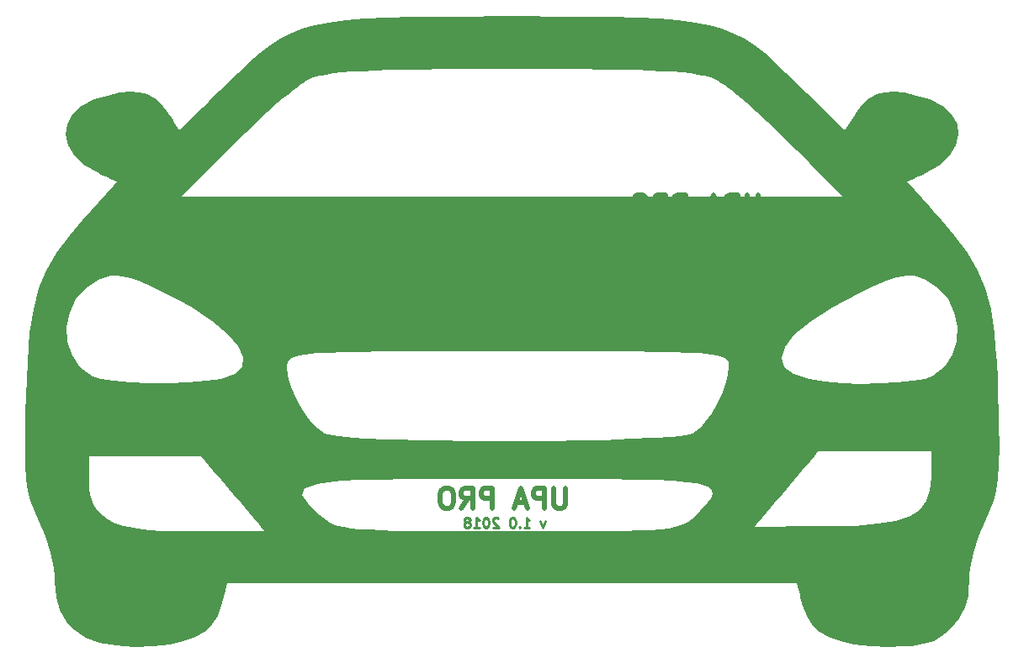
<source format=gbo>
G04 #@! TF.GenerationSoftware,KiCad,Pcbnew,5.0.0-fee4fd1~65~ubuntu16.04.1*
G04 #@! TF.CreationDate,2018-07-25T18:48:16-06:00*
G04 #@! TF.ProjectId,UPA_Shield_001,5550415F536869656C645F3030312E6B,rev?*
G04 #@! TF.SameCoordinates,Original*
G04 #@! TF.FileFunction,Legend,Bot*
G04 #@! TF.FilePolarity,Positive*
%FSLAX46Y46*%
G04 Gerber Fmt 4.6, Leading zero omitted, Abs format (unit mm)*
G04 Created by KiCad (PCBNEW 5.0.0-fee4fd1~65~ubuntu16.04.1) date Wed Jul 25 18:48:16 2018*
%MOMM*%
%LPD*%
G01*
G04 APERTURE LIST*
%ADD10C,0.500000*%
%ADD11C,0.250000*%
%ADD12C,0.100000*%
G04 APERTURE END LIST*
D10*
X153304095Y-107743761D02*
X153304095Y-109362809D01*
X153208857Y-109553285D01*
X153113619Y-109648523D01*
X152923142Y-109743761D01*
X152542190Y-109743761D01*
X152351714Y-109648523D01*
X152256476Y-109553285D01*
X152161238Y-109362809D01*
X152161238Y-107743761D01*
X151208857Y-109743761D02*
X151208857Y-107743761D01*
X150446952Y-107743761D01*
X150256476Y-107839000D01*
X150161238Y-107934238D01*
X150066000Y-108124714D01*
X150066000Y-108410428D01*
X150161238Y-108600904D01*
X150256476Y-108696142D01*
X150446952Y-108791380D01*
X151208857Y-108791380D01*
X149304095Y-109172333D02*
X148351714Y-109172333D01*
X149494571Y-109743761D02*
X148827904Y-107743761D01*
X148161238Y-109743761D01*
X145970761Y-109743761D02*
X145970761Y-107743761D01*
X145208857Y-107743761D01*
X145018380Y-107839000D01*
X144923142Y-107934238D01*
X144827904Y-108124714D01*
X144827904Y-108410428D01*
X144923142Y-108600904D01*
X145018380Y-108696142D01*
X145208857Y-108791380D01*
X145970761Y-108791380D01*
X142827904Y-109743761D02*
X143494571Y-108791380D01*
X143970761Y-109743761D02*
X143970761Y-107743761D01*
X143208857Y-107743761D01*
X143018380Y-107839000D01*
X142923142Y-107934238D01*
X142827904Y-108124714D01*
X142827904Y-108410428D01*
X142923142Y-108600904D01*
X143018380Y-108696142D01*
X143208857Y-108791380D01*
X143970761Y-108791380D01*
X141589809Y-107743761D02*
X141208857Y-107743761D01*
X141018380Y-107839000D01*
X140827904Y-108029476D01*
X140732666Y-108410428D01*
X140732666Y-109077095D01*
X140827904Y-109458047D01*
X141018380Y-109648523D01*
X141208857Y-109743761D01*
X141589809Y-109743761D01*
X141780285Y-109648523D01*
X141970761Y-109458047D01*
X142066000Y-109077095D01*
X142066000Y-108410428D01*
X141970761Y-108029476D01*
X141780285Y-107839000D01*
X141589809Y-107743761D01*
D11*
X170592238Y-81573714D02*
X170354142Y-82240380D01*
X170116047Y-81573714D01*
X168449380Y-82240380D02*
X169020809Y-82240380D01*
X168735095Y-82240380D02*
X168735095Y-81240380D01*
X168830333Y-81383238D01*
X168925571Y-81478476D01*
X169020809Y-81526095D01*
X168020809Y-82145142D02*
X167973190Y-82192761D01*
X168020809Y-82240380D01*
X168068428Y-82192761D01*
X168020809Y-82145142D01*
X168020809Y-82240380D01*
X167354142Y-81240380D02*
X167258904Y-81240380D01*
X167163666Y-81288000D01*
X167116047Y-81335619D01*
X167068428Y-81430857D01*
X167020809Y-81621333D01*
X167020809Y-81859428D01*
X167068428Y-82049904D01*
X167116047Y-82145142D01*
X167163666Y-82192761D01*
X167258904Y-82240380D01*
X167354142Y-82240380D01*
X167449380Y-82192761D01*
X167497000Y-82145142D01*
X167544619Y-82049904D01*
X167592238Y-81859428D01*
X167592238Y-81621333D01*
X167544619Y-81430857D01*
X167497000Y-81335619D01*
X167449380Y-81288000D01*
X167354142Y-81240380D01*
X165877952Y-81335619D02*
X165830333Y-81288000D01*
X165735095Y-81240380D01*
X165497000Y-81240380D01*
X165401761Y-81288000D01*
X165354142Y-81335619D01*
X165306523Y-81430857D01*
X165306523Y-81526095D01*
X165354142Y-81668952D01*
X165925571Y-82240380D01*
X165306523Y-82240380D01*
X164687476Y-81240380D02*
X164592238Y-81240380D01*
X164497000Y-81288000D01*
X164449380Y-81335619D01*
X164401761Y-81430857D01*
X164354142Y-81621333D01*
X164354142Y-81859428D01*
X164401761Y-82049904D01*
X164449380Y-82145142D01*
X164497000Y-82192761D01*
X164592238Y-82240380D01*
X164687476Y-82240380D01*
X164782714Y-82192761D01*
X164830333Y-82145142D01*
X164877952Y-82049904D01*
X164925571Y-81859428D01*
X164925571Y-81621333D01*
X164877952Y-81430857D01*
X164830333Y-81335619D01*
X164782714Y-81288000D01*
X164687476Y-81240380D01*
X163401761Y-82240380D02*
X163973190Y-82240380D01*
X163687476Y-82240380D02*
X163687476Y-81240380D01*
X163782714Y-81383238D01*
X163877952Y-81478476D01*
X163973190Y-81526095D01*
X162830333Y-81668952D02*
X162925571Y-81621333D01*
X162973190Y-81573714D01*
X163020809Y-81478476D01*
X163020809Y-81430857D01*
X162973190Y-81335619D01*
X162925571Y-81288000D01*
X162830333Y-81240380D01*
X162639857Y-81240380D01*
X162544619Y-81288000D01*
X162497000Y-81335619D01*
X162449380Y-81430857D01*
X162449380Y-81478476D01*
X162497000Y-81573714D01*
X162544619Y-81621333D01*
X162639857Y-81668952D01*
X162830333Y-81668952D01*
X162925571Y-81716571D01*
X162973190Y-81764190D01*
X163020809Y-81859428D01*
X163020809Y-82049904D01*
X162973190Y-82145142D01*
X162925571Y-82192761D01*
X162830333Y-82240380D01*
X162639857Y-82240380D01*
X162544619Y-82192761D01*
X162497000Y-82145142D01*
X162449380Y-82049904D01*
X162449380Y-81859428D01*
X162497000Y-81764190D01*
X162544619Y-81716571D01*
X162639857Y-81668952D01*
D10*
X172735095Y-78152761D02*
X172735095Y-79771809D01*
X172639857Y-79962285D01*
X172544619Y-80057523D01*
X172354142Y-80152761D01*
X171973190Y-80152761D01*
X171782714Y-80057523D01*
X171687476Y-79962285D01*
X171592238Y-79771809D01*
X171592238Y-78152761D01*
X170639857Y-80152761D02*
X170639857Y-78152761D01*
X169877952Y-78152761D01*
X169687476Y-78248000D01*
X169592238Y-78343238D01*
X169497000Y-78533714D01*
X169497000Y-78819428D01*
X169592238Y-79009904D01*
X169687476Y-79105142D01*
X169877952Y-79200380D01*
X170639857Y-79200380D01*
X168735095Y-79581333D02*
X167782714Y-79581333D01*
X168925571Y-80152761D02*
X168258904Y-78152761D01*
X167592238Y-80152761D01*
X165401761Y-80152761D02*
X165401761Y-78152761D01*
X164639857Y-78152761D01*
X164449380Y-78248000D01*
X164354142Y-78343238D01*
X164258904Y-78533714D01*
X164258904Y-78819428D01*
X164354142Y-79009904D01*
X164449380Y-79105142D01*
X164639857Y-79200380D01*
X165401761Y-79200380D01*
X162258904Y-80152761D02*
X162925571Y-79200380D01*
X163401761Y-80152761D02*
X163401761Y-78152761D01*
X162639857Y-78152761D01*
X162449380Y-78248000D01*
X162354142Y-78343238D01*
X162258904Y-78533714D01*
X162258904Y-78819428D01*
X162354142Y-79009904D01*
X162449380Y-79105142D01*
X162639857Y-79200380D01*
X163401761Y-79200380D01*
X161020809Y-78152761D02*
X160639857Y-78152761D01*
X160449380Y-78248000D01*
X160258904Y-78438476D01*
X160163666Y-78819428D01*
X160163666Y-79486095D01*
X160258904Y-79867047D01*
X160449380Y-80057523D01*
X160639857Y-80152761D01*
X161020809Y-80152761D01*
X161211285Y-80057523D01*
X161401761Y-79867047D01*
X161497000Y-79486095D01*
X161497000Y-78819428D01*
X161401761Y-78438476D01*
X161211285Y-78248000D01*
X161020809Y-78152761D01*
D11*
X151288238Y-111037714D02*
X151050142Y-111704380D01*
X150812047Y-111037714D01*
X149145380Y-111704380D02*
X149716809Y-111704380D01*
X149431095Y-111704380D02*
X149431095Y-110704380D01*
X149526333Y-110847238D01*
X149621571Y-110942476D01*
X149716809Y-110990095D01*
X148716809Y-111609142D02*
X148669190Y-111656761D01*
X148716809Y-111704380D01*
X148764428Y-111656761D01*
X148716809Y-111609142D01*
X148716809Y-111704380D01*
X148050142Y-110704380D02*
X147954904Y-110704380D01*
X147859666Y-110752000D01*
X147812047Y-110799619D01*
X147764428Y-110894857D01*
X147716809Y-111085333D01*
X147716809Y-111323428D01*
X147764428Y-111513904D01*
X147812047Y-111609142D01*
X147859666Y-111656761D01*
X147954904Y-111704380D01*
X148050142Y-111704380D01*
X148145380Y-111656761D01*
X148193000Y-111609142D01*
X148240619Y-111513904D01*
X148288238Y-111323428D01*
X148288238Y-111085333D01*
X148240619Y-110894857D01*
X148193000Y-110799619D01*
X148145380Y-110752000D01*
X148050142Y-110704380D01*
X146573952Y-110799619D02*
X146526333Y-110752000D01*
X146431095Y-110704380D01*
X146193000Y-110704380D01*
X146097761Y-110752000D01*
X146050142Y-110799619D01*
X146002523Y-110894857D01*
X146002523Y-110990095D01*
X146050142Y-111132952D01*
X146621571Y-111704380D01*
X146002523Y-111704380D01*
X145383476Y-110704380D02*
X145288238Y-110704380D01*
X145193000Y-110752000D01*
X145145380Y-110799619D01*
X145097761Y-110894857D01*
X145050142Y-111085333D01*
X145050142Y-111323428D01*
X145097761Y-111513904D01*
X145145380Y-111609142D01*
X145193000Y-111656761D01*
X145288238Y-111704380D01*
X145383476Y-111704380D01*
X145478714Y-111656761D01*
X145526333Y-111609142D01*
X145573952Y-111513904D01*
X145621571Y-111323428D01*
X145621571Y-111085333D01*
X145573952Y-110894857D01*
X145526333Y-110799619D01*
X145478714Y-110752000D01*
X145383476Y-110704380D01*
X144097761Y-111704380D02*
X144669190Y-111704380D01*
X144383476Y-111704380D02*
X144383476Y-110704380D01*
X144478714Y-110847238D01*
X144573952Y-110942476D01*
X144669190Y-110990095D01*
X143526333Y-111132952D02*
X143621571Y-111085333D01*
X143669190Y-111037714D01*
X143716809Y-110942476D01*
X143716809Y-110894857D01*
X143669190Y-110799619D01*
X143621571Y-110752000D01*
X143526333Y-110704380D01*
X143335857Y-110704380D01*
X143240619Y-110752000D01*
X143193000Y-110799619D01*
X143145380Y-110894857D01*
X143145380Y-110942476D01*
X143193000Y-111037714D01*
X143240619Y-111085333D01*
X143335857Y-111132952D01*
X143526333Y-111132952D01*
X143621571Y-111180571D01*
X143669190Y-111228190D01*
X143716809Y-111323428D01*
X143716809Y-111513904D01*
X143669190Y-111609142D01*
X143621571Y-111656761D01*
X143526333Y-111704380D01*
X143335857Y-111704380D01*
X143240619Y-111656761D01*
X143193000Y-111609142D01*
X143145380Y-111513904D01*
X143145380Y-111323428D01*
X143193000Y-111228190D01*
X143240619Y-111180571D01*
X143335857Y-111132952D01*
D12*
G04 #@! TO.C,svg2mod*
G36*
X192063365Y-121848179D02*
X190111978Y-104045583D01*
X190111978Y-104364847D01*
X190111978Y-104684111D01*
X190111978Y-105003380D01*
X190111978Y-105322647D01*
X190111978Y-105641905D01*
X190111978Y-105961166D01*
X190111978Y-106280436D01*
X190111978Y-106599705D01*
X190006641Y-107946461D01*
X189656090Y-109037312D01*
X189008505Y-109896524D01*
X188012067Y-110548347D01*
X186614950Y-111017028D01*
X184765328Y-111326840D01*
X182411377Y-111502047D01*
X181029086Y-111546749D01*
X179501278Y-111566896D01*
X178606098Y-111571806D01*
X177710917Y-111576717D01*
X176815726Y-111581628D01*
X175920534Y-111586538D01*
X175025351Y-111591449D01*
X174130167Y-111596360D01*
X173234983Y-111601270D01*
X172339800Y-111606181D01*
X172740890Y-111133620D01*
X173141979Y-110661055D01*
X173543081Y-110188500D01*
X173944183Y-109715944D01*
X174345272Y-109243383D01*
X174746361Y-108770824D01*
X175147458Y-108298449D01*
X175548555Y-107826060D01*
X175949645Y-107353507D01*
X176350735Y-106880951D01*
X176751829Y-106408381D01*
X177152923Y-105935817D01*
X177554012Y-105463259D01*
X177955101Y-104990697D01*
X178356191Y-104518141D01*
X178757280Y-104045583D01*
X179466948Y-104045583D01*
X180176617Y-104045583D01*
X180886283Y-104045583D01*
X181595948Y-104045583D01*
X182305617Y-104045583D01*
X183015286Y-104045583D01*
X183724954Y-104045583D01*
X184434623Y-104045583D01*
X185144292Y-104045583D01*
X185853961Y-104045583D01*
X186563637Y-104045583D01*
X187273313Y-104045583D01*
X187982977Y-104045583D01*
X188692641Y-104045583D01*
X189402310Y-104045583D01*
X190111978Y-104045583D01*
X192063365Y-121848179D01*
X167620675Y-109177052D01*
X167157388Y-109715549D01*
X166582394Y-110329346D01*
X166285846Y-110633875D01*
X165995792Y-110900857D01*
X165685526Y-111132762D01*
X165328339Y-111332050D01*
X164897516Y-111501214D01*
X164366371Y-111642701D01*
X163708183Y-111758999D01*
X162896244Y-111852564D01*
X161903844Y-111925882D01*
X160704300Y-111981398D01*
X159270868Y-112021592D01*
X157576866Y-112048940D01*
X155595584Y-112065929D01*
X153300327Y-112074961D01*
X150664366Y-112078827D01*
X149210279Y-112079568D01*
X147661005Y-112079674D01*
X146145413Y-112079488D01*
X144720478Y-112078827D01*
X142130098Y-112074961D01*
X139864870Y-112065083D01*
X137899793Y-112046851D01*
X136209880Y-112018968D01*
X134770121Y-111978966D01*
X133555535Y-111924610D01*
X132541118Y-111853896D01*
X131701863Y-111764570D01*
X131012789Y-111654404D01*
X130448886Y-111521345D01*
X129985170Y-111363196D01*
X129596646Y-111177807D01*
X129258315Y-110963019D01*
X128945170Y-110716633D01*
X128632219Y-110436567D01*
X128632219Y-110435721D01*
X128632219Y-110434939D01*
X127437900Y-109261309D01*
X126856121Y-108370681D01*
X127089115Y-107724067D01*
X128339117Y-107282477D01*
X129408677Y-107126369D01*
X130808330Y-107006884D01*
X132563338Y-106919150D01*
X134698987Y-106858258D01*
X137240559Y-106819373D01*
X138671469Y-106806691D01*
X140213335Y-106797670D01*
X141869321Y-106791744D01*
X143642584Y-106788272D01*
X145536290Y-106786649D01*
X147553600Y-106786297D01*
X149555612Y-106786552D01*
X151433740Y-106787708D01*
X153191286Y-106790689D01*
X154831558Y-106795977D01*
X156357867Y-106804041D01*
X157773527Y-106815281D01*
X160286137Y-106850324D01*
X162395836Y-106906729D01*
X164129104Y-106989127D01*
X165512436Y-107102493D01*
X166572273Y-107251771D01*
X167335117Y-107441840D01*
X167827406Y-107677679D01*
X168075632Y-107964188D01*
X168106278Y-108306300D01*
X167945798Y-108708952D01*
X167620675Y-109177052D01*
X192063365Y-121848179D01*
X192752051Y-91441898D01*
X192695659Y-92893242D01*
X192281055Y-94265627D01*
X191500567Y-95465808D01*
X190346522Y-96400525D01*
X189518859Y-96701958D01*
X188270934Y-96935940D01*
X186708457Y-97099468D01*
X184937170Y-97189542D01*
X183062792Y-97203146D01*
X181191067Y-97137360D01*
X179427683Y-96989060D01*
X177878395Y-96755174D01*
X177878343Y-96755169D01*
X177878292Y-96755157D01*
X176269486Y-96248535D01*
X175332653Y-95518025D01*
X175050730Y-94593270D01*
X175406705Y-93503923D01*
X176383365Y-92279652D01*
X177963642Y-90950052D01*
X180130555Y-89544798D01*
X181428648Y-88823063D01*
X182866994Y-88093532D01*
X184250600Y-87435432D01*
X185383372Y-86935479D01*
X186312405Y-86583947D01*
X187084764Y-86371126D01*
X187747534Y-86287239D01*
X188347785Y-86322506D01*
X188932594Y-86467302D01*
X189549036Y-86711928D01*
X190848718Y-87546626D01*
X191820910Y-88675344D01*
X192457912Y-90004852D01*
X192752051Y-91441898D01*
X192063365Y-121848179D01*
X192524629Y-121353469D01*
X192916322Y-120845455D01*
X193240938Y-120317976D01*
X193500956Y-119764837D01*
X193698859Y-119179889D01*
X121905133Y-110662029D01*
X122309089Y-111134593D01*
X122713037Y-111607149D01*
X123116982Y-112079708D01*
X122245601Y-112079708D01*
X121374220Y-112079708D01*
X120502836Y-112079708D01*
X119631449Y-112079708D01*
X118760063Y-112079708D01*
X117888671Y-112079708D01*
X117017296Y-112079708D01*
X116145917Y-112079708D01*
X114350403Y-112064101D01*
X112794241Y-112015237D01*
X111456039Y-111930152D01*
X110314416Y-111805904D01*
X109347946Y-111639568D01*
X108535242Y-111428237D01*
X107854928Y-111168937D01*
X107285582Y-110858670D01*
X107285573Y-110858636D01*
X107285568Y-110858600D01*
X106804683Y-110515172D01*
X106403050Y-110153513D01*
X106076011Y-109764289D01*
X105818901Y-109338156D01*
X105627024Y-108865809D01*
X105495734Y-108337915D01*
X105420409Y-107745124D01*
X105396335Y-107078123D01*
X105396335Y-106758204D01*
X105396335Y-106438288D01*
X105396335Y-106118361D01*
X105396335Y-105798434D01*
X105396335Y-105478516D01*
X105396335Y-105158602D01*
X105396335Y-104838678D01*
X105396335Y-104518754D01*
X106099929Y-104518754D01*
X106803521Y-104518754D01*
X107507115Y-104518754D01*
X108210706Y-104518754D01*
X108914295Y-104518754D01*
X109617877Y-104518754D01*
X110321483Y-104518754D01*
X111025083Y-104518754D01*
X111728677Y-104518754D01*
X112432268Y-104518754D01*
X113135857Y-104518754D01*
X113839442Y-104518754D01*
X114543039Y-104518754D01*
X115246630Y-104518754D01*
X115950225Y-104518754D01*
X116653819Y-104518754D01*
X117057763Y-104991312D01*
X117461708Y-105463868D01*
X117865653Y-105936430D01*
X118269597Y-106408988D01*
X118673548Y-106881552D01*
X119077495Y-107354122D01*
X119481443Y-107826678D01*
X119885385Y-108299231D01*
X120289343Y-108771789D01*
X120693299Y-109244348D01*
X121097241Y-109716906D01*
X121501180Y-110189465D01*
X121905133Y-110662029D01*
X193698859Y-119179889D01*
X193837153Y-118556926D01*
X193918329Y-117889787D01*
X193944850Y-117172282D01*
X193977714Y-116538772D01*
X194071963Y-115818239D01*
X194220977Y-115035693D01*
X194418115Y-114216165D01*
X194656813Y-113384704D01*
X194930449Y-112566333D01*
X195232399Y-111786093D01*
X195556068Y-111069023D01*
X196034005Y-110030583D01*
X196401985Y-109036091D01*
X196670273Y-107988268D01*
X196849136Y-106789817D01*
X169388044Y-94597375D01*
X169724979Y-94978607D01*
X169781992Y-95483389D01*
X169693212Y-96333051D01*
X169445101Y-97280186D01*
X169064987Y-98274446D01*
X168580189Y-99265464D01*
X168018078Y-100202896D01*
X167405983Y-101036403D01*
X167089728Y-101398440D01*
X166771226Y-101715601D01*
X166453884Y-101981601D01*
X166141131Y-102190138D01*
X165448992Y-102373063D01*
X164111623Y-102532367D01*
X162220971Y-102667935D01*
X159868917Y-102779692D01*
X158548597Y-102826613D01*
X157147400Y-102867542D01*
X155676820Y-102902440D01*
X154148343Y-102931268D01*
X152573461Y-102954095D01*
X150963663Y-102970965D01*
X149330440Y-102981813D01*
X147685285Y-102986544D01*
X146039667Y-102985246D01*
X144405103Y-102977852D01*
X142793075Y-102964356D01*
X141215075Y-102944651D01*
X139682583Y-102918889D01*
X138207094Y-102887030D01*
X136800100Y-102849031D01*
X135473094Y-102804866D01*
X133104984Y-102698003D01*
X131194684Y-102566369D01*
X129834125Y-102409851D01*
X129115228Y-102228444D01*
X129115228Y-102228427D01*
X129115228Y-102228410D01*
X129115228Y-102228402D01*
X129115228Y-102228396D01*
X129115228Y-102228382D01*
X129115228Y-102228374D01*
X129115228Y-102228368D01*
X129115228Y-102228362D01*
X129115228Y-102228346D01*
X129115228Y-102228329D01*
X129115228Y-102228320D01*
X129115228Y-102228314D01*
X129115228Y-102228306D01*
X129115228Y-102228298D01*
X129115228Y-102228283D01*
X129115228Y-102228097D01*
X128450973Y-101763232D01*
X127786278Y-101092661D01*
X127148585Y-100265202D01*
X126565328Y-99329661D01*
X126063929Y-98334870D01*
X125671829Y-97329648D01*
X125416455Y-96362822D01*
X125325229Y-95483186D01*
X125382261Y-94978294D01*
X125719161Y-94597003D01*
X126584813Y-94321963D01*
X128228063Y-94135857D01*
X129419041Y-94070689D01*
X130897727Y-94021267D01*
X132695234Y-93985424D01*
X134842641Y-93960815D01*
X137371092Y-93945490D01*
X138787918Y-93940689D01*
X140311667Y-93937390D01*
X141946215Y-93935432D01*
X143695464Y-93934427D01*
X145563299Y-93934180D01*
X147553605Y-93934145D01*
X149543903Y-93934241D01*
X151411733Y-93934709D01*
X153160979Y-93935704D01*
X154795532Y-93937588D01*
X156319276Y-93940565D01*
X157736099Y-93945321D01*
X160264536Y-93961182D01*
X162411954Y-93986017D01*
X164209461Y-94021619D01*
X165688147Y-94071031D01*
X166879122Y-94136199D01*
X168522378Y-94322330D01*
X169388044Y-94597375D01*
X196849136Y-106789817D01*
X139629655Y-78338352D01*
X137548319Y-78338352D01*
X135466981Y-78338352D01*
X133385643Y-78338352D01*
X131304305Y-78338352D01*
X129222969Y-78338352D01*
X127141631Y-78338352D01*
X125060288Y-78338352D01*
X122978944Y-78338352D01*
X120897608Y-78338352D01*
X118816270Y-78338352D01*
X116734924Y-78338352D01*
X114653580Y-78338352D01*
X114987635Y-78004062D01*
X115321690Y-77669773D01*
X115655743Y-77335475D01*
X115989792Y-77001176D01*
X116657911Y-76332601D01*
X117326027Y-75664027D01*
X117994132Y-74995441D01*
X118662236Y-74326855D01*
X119330355Y-73658244D01*
X119998468Y-72989644D01*
X121114392Y-71893207D01*
X122237106Y-70827793D01*
X123336231Y-69819750D01*
X124381340Y-68895462D01*
X124874103Y-68472938D01*
X125341974Y-68081247D01*
X125781137Y-67723671D01*
X126187788Y-67403508D01*
X126558114Y-67124051D01*
X126888320Y-66888585D01*
X127174612Y-66700414D01*
X127413177Y-66562842D01*
X127752431Y-66411122D01*
X128167461Y-66273290D01*
X128669027Y-66148764D01*
X129267863Y-66036989D01*
X129974725Y-65937366D01*
X130800366Y-65849411D01*
X131755547Y-65772503D01*
X132850993Y-65706016D01*
X134097501Y-65649550D01*
X135505789Y-65602400D01*
X137086590Y-65564001D01*
X138850687Y-65533954D01*
X140808838Y-65511534D01*
X142971775Y-65496119D01*
X145350262Y-65487393D01*
X147955035Y-65484684D01*
X150559800Y-65487280D01*
X152938276Y-65496108D01*
X155101204Y-65511568D01*
X157059349Y-65533943D01*
X158823456Y-65564056D01*
X160404278Y-65602389D01*
X161812553Y-65649516D01*
X163059053Y-65706005D01*
X164154504Y-65772426D01*
X165109682Y-65849400D01*
X165935320Y-65937420D01*
X166642188Y-66036978D01*
X167241019Y-66148766D01*
X167742581Y-66273294D01*
X168157606Y-66411132D01*
X168496854Y-66562878D01*
X168735411Y-66700447D01*
X169021734Y-66888621D01*
X169351945Y-67124089D01*
X169722274Y-67403560D01*
X170128916Y-67723722D01*
X170568080Y-68081299D01*
X171035939Y-68472984D01*
X171528714Y-68895498D01*
X172573807Y-69819803D01*
X173672921Y-70827844D01*
X174795638Y-71893258D01*
X175911562Y-72989690D01*
X176579678Y-73658273D01*
X177247793Y-74326855D01*
X177915908Y-74995433D01*
X178584022Y-75664012D01*
X179252139Y-76332594D01*
X179920255Y-77001176D01*
X180254314Y-77335467D01*
X180588373Y-77669758D01*
X180922429Y-78004054D01*
X181256485Y-78338352D01*
X179175151Y-78338352D01*
X177093817Y-78338352D01*
X175012471Y-78338352D01*
X172931126Y-78338352D01*
X170849780Y-78338352D01*
X168768436Y-78338352D01*
X166687101Y-78338352D01*
X164605769Y-78338352D01*
X162524422Y-78338352D01*
X160443075Y-78338352D01*
X158361737Y-78338352D01*
X156280399Y-78338352D01*
X154199055Y-78338352D01*
X152117712Y-78338352D01*
X150036373Y-78338352D01*
X147955035Y-78338352D01*
X145873692Y-78338352D01*
X143792348Y-78338352D01*
X141711001Y-78338352D01*
X139629655Y-78338352D01*
X196849136Y-106789817D01*
X196948782Y-105343414D01*
X196979401Y-103551805D01*
X196951345Y-101317683D01*
X196918527Y-100004276D01*
X196874856Y-98543758D01*
X196807340Y-96686816D01*
X196724403Y-95004578D01*
X196620321Y-93480010D01*
X196489371Y-92096077D01*
X196124030Y-89681949D01*
X195582711Y-87625906D01*
X194819700Y-85791630D01*
X108162669Y-86287213D01*
X108825426Y-86371154D01*
X109597786Y-86584003D01*
X110526825Y-86935501D01*
X111659617Y-87435449D01*
X113043226Y-88093543D01*
X114404188Y-88786334D01*
X115646788Y-89483056D01*
X117763102Y-90867220D01*
X119364575Y-92203906D01*
X120423611Y-93451004D01*
X120912626Y-94566388D01*
X120804007Y-95507950D01*
X120070159Y-96233549D01*
X118683488Y-96701069D01*
X117156395Y-96915787D01*
X115350141Y-97054674D01*
X113390816Y-97120336D01*
X111404488Y-97115284D01*
X109517223Y-97042062D01*
X107855123Y-96903138D01*
X106544266Y-96701171D01*
X105710717Y-96438699D01*
X105710717Y-96438707D01*
X105710717Y-96438716D01*
X105710717Y-96438721D01*
X105710717Y-96438727D01*
X105710717Y-96438738D01*
X105710717Y-96438747D01*
X105710717Y-96438685D01*
X105710717Y-96438614D01*
X104507107Y-95529768D01*
X103683453Y-94340961D01*
X103233367Y-92968356D01*
X103150400Y-91508022D01*
X103428123Y-90056105D01*
X104060115Y-88708714D01*
X105039945Y-87561949D01*
X106361177Y-86711959D01*
X106977624Y-86467370D01*
X107562422Y-86322537D01*
X108162669Y-86287213D01*
X194819700Y-85791630D01*
X193789297Y-84042839D01*
X192445820Y-82243219D01*
X190743563Y-80256478D01*
X190363009Y-79830020D01*
X189982455Y-79403561D01*
X189601910Y-78977096D01*
X189221365Y-78550630D01*
X188840806Y-78124169D01*
X188460247Y-77697709D01*
X188079695Y-77271245D01*
X187699142Y-76844781D01*
X187926989Y-76742379D01*
X188154836Y-76639976D01*
X188382681Y-76537569D01*
X188610526Y-76435162D01*
X188838375Y-76332760D01*
X189066224Y-76230359D01*
X189294071Y-76127952D01*
X189521918Y-76025545D01*
X190930967Y-75212795D01*
X191960264Y-74249589D01*
X192606328Y-73194160D01*
X192865683Y-72104750D01*
X192734866Y-71039629D01*
X192210389Y-70057018D01*
X191288782Y-69215163D01*
X189966577Y-68572304D01*
X188617699Y-68156708D01*
X187423698Y-67895525D01*
X186370541Y-67790925D01*
X185444239Y-67845082D01*
X184630783Y-68060130D01*
X183916179Y-68438231D01*
X183286396Y-68981599D01*
X182727453Y-69692365D01*
X182566429Y-69934789D01*
X182405405Y-70177212D01*
X182244386Y-70419628D01*
X182083367Y-70662043D01*
X181922335Y-70904470D01*
X181761303Y-71146897D01*
X181600280Y-71389314D01*
X181439256Y-71631731D01*
X180855530Y-71062627D01*
X180271804Y-70493523D01*
X179688079Y-69924424D01*
X179104353Y-69355325D01*
X178812494Y-69070774D01*
X178520635Y-68786223D01*
X178228768Y-68501664D01*
X177936901Y-68217104D01*
X177645043Y-67932553D01*
X177353184Y-67648003D01*
X177061325Y-67363451D01*
X176769466Y-67078899D01*
X175529580Y-65877485D01*
X174406219Y-64824606D01*
X173358379Y-63910451D01*
X172345070Y-63125221D01*
X171325286Y-62459126D01*
X170258030Y-61902357D01*
X169102305Y-61445117D01*
X167817113Y-61077615D01*
X166361459Y-60790046D01*
X164694341Y-60572622D01*
X162774764Y-60415518D01*
X160561722Y-60308941D01*
X158014229Y-60243116D01*
X156602246Y-60222432D01*
X155091281Y-60208276D01*
X153476192Y-60199370D01*
X151751864Y-60194463D01*
X149913175Y-60192383D01*
X147955007Y-60191951D01*
X145996827Y-60192338D01*
X144158133Y-60194347D01*
X142433801Y-60199234D01*
X140818708Y-60208287D01*
X139307746Y-60222592D01*
X137895766Y-60243271D01*
X135348270Y-60308952D01*
X133135230Y-60415520D01*
X131215662Y-60572633D01*
X129548535Y-60790056D01*
X128092881Y-61077651D01*
X126807686Y-61445162D01*
X125651972Y-61902383D01*
X124584698Y-62459151D01*
X123564911Y-63125248D01*
X122551602Y-63910474D01*
X121503771Y-64824627D01*
X120380426Y-65877510D01*
X119140555Y-67078910D01*
X118556818Y-67648013D01*
X117973078Y-68217115D01*
X117389349Y-68786217D01*
X116805618Y-69355320D01*
X116221892Y-69924427D01*
X115638163Y-70493535D01*
X115054429Y-71062639D01*
X114470691Y-71631743D01*
X114309670Y-71389317D01*
X114148648Y-71146892D01*
X113987626Y-70904473D01*
X113826604Y-70662054D01*
X113665582Y-70419631D01*
X113504560Y-70177207D01*
X113343544Y-69934792D01*
X113182525Y-69692376D01*
X112623581Y-68981607D01*
X111993793Y-68438242D01*
X111279184Y-68060127D01*
X110465721Y-67845077D01*
X109539431Y-67790937D01*
X108486279Y-67895521D01*
X107292282Y-68156692D01*
X105943400Y-68572315D01*
X104621203Y-69215183D01*
X103699598Y-70057029D01*
X103175122Y-71039643D01*
X103044295Y-72104762D01*
X103303655Y-73194164D01*
X103949732Y-74249583D01*
X104979033Y-75212797D01*
X106388081Y-76025556D01*
X106615925Y-76127963D01*
X106843771Y-76230370D01*
X107071623Y-76332771D01*
X107299473Y-76435173D01*
X107527316Y-76537580D01*
X107755160Y-76639987D01*
X107983006Y-76742390D01*
X108210853Y-76844793D01*
X107830302Y-77271256D01*
X107449747Y-77697720D01*
X107069193Y-78124180D01*
X106688639Y-78550641D01*
X106308082Y-78977107D01*
X105927520Y-79403572D01*
X105546974Y-79830031D01*
X105166429Y-80256490D01*
X103464180Y-82243225D01*
X102120706Y-84042836D01*
X101090304Y-85791641D01*
X100327297Y-87625917D01*
X99785969Y-89681962D01*
X99420635Y-92096088D01*
X99289687Y-93480018D01*
X99185595Y-95004583D01*
X99102649Y-96686811D01*
X99035131Y-98543745D01*
X98991465Y-100004275D01*
X98958654Y-101317688D01*
X98930601Y-103551818D01*
X98961268Y-105343424D01*
X99060872Y-106789813D01*
X99239674Y-107988281D01*
X99508003Y-109036102D01*
X99876006Y-110030579D01*
X100353955Y-111069019D01*
X100677622Y-111786106D01*
X100979569Y-112566343D01*
X101253194Y-113384717D01*
X101491892Y-114216178D01*
X101689044Y-115035692D01*
X101838060Y-115818249D01*
X101932303Y-116538779D01*
X101965168Y-117172278D01*
X102089190Y-118706929D01*
X102461501Y-120035448D01*
X103082734Y-121158345D01*
X103953488Y-122076010D01*
X105074263Y-122788963D01*
X106445635Y-123297652D01*
X108068181Y-123602525D01*
X109942444Y-123704049D01*
X111865340Y-123648355D01*
X113521112Y-123476448D01*
X114924962Y-123181277D01*
X116092061Y-122755785D01*
X117037601Y-122192808D01*
X117776730Y-121485274D01*
X118324631Y-120626066D01*
X118696492Y-119608087D01*
X118734722Y-119462410D01*
X118772952Y-119316732D01*
X118811193Y-119171060D01*
X118849434Y-119025383D01*
X118887664Y-118879700D01*
X118925894Y-118734008D01*
X118964124Y-118588334D01*
X119002354Y-118442656D01*
X119040592Y-118296984D01*
X119078830Y-118151310D01*
X119117063Y-118005624D01*
X119155293Y-117859938D01*
X119193525Y-117714260D01*
X119231755Y-117568586D01*
X119269988Y-117422911D01*
X119308218Y-117277236D01*
X121098599Y-117277236D01*
X122888983Y-117277236D01*
X124679372Y-117277236D01*
X126469759Y-117277236D01*
X128260149Y-117277236D01*
X130050535Y-117277236D01*
X131840922Y-117277236D01*
X133631309Y-117277236D01*
X135421684Y-117277236D01*
X137212060Y-117277236D01*
X139002447Y-117277236D01*
X140792828Y-117277236D01*
X142583220Y-117277236D01*
X144373613Y-117277236D01*
X146163988Y-117277236D01*
X147954366Y-117277236D01*
X149744759Y-117277236D01*
X151535151Y-117277236D01*
X153325535Y-117277236D01*
X155115916Y-117277236D01*
X156906298Y-117277236D01*
X158696679Y-117277236D01*
X160487063Y-117277236D01*
X162277447Y-117277236D01*
X164067831Y-117277236D01*
X165858212Y-117277236D01*
X167648601Y-117277236D01*
X169438991Y-117277236D01*
X171229373Y-117277236D01*
X173019756Y-117277236D01*
X174810138Y-117277236D01*
X176600521Y-117277236D01*
X176638754Y-117422911D01*
X176676987Y-117568586D01*
X176715220Y-117714260D01*
X176753453Y-117859938D01*
X176830035Y-118151301D01*
X176906617Y-118442656D01*
X176983199Y-118734019D01*
X177059782Y-119025383D01*
X177136283Y-119316735D01*
X177212784Y-119608087D01*
X177584629Y-120626068D01*
X178132533Y-121485274D01*
X178871655Y-122192808D01*
X179817173Y-122755785D01*
X180984269Y-123181300D01*
X182388116Y-123476448D01*
X184043895Y-123648330D01*
X185966776Y-123704049D01*
X187156789Y-123686664D01*
X188159111Y-123627905D01*
X189006467Y-123517810D01*
X189731517Y-123346315D01*
X190366951Y-123103565D01*
X190945499Y-122779650D01*
X191499852Y-122364506D01*
X192062688Y-121848209D01*
X192063027Y-121848198D01*
X192063365Y-121848179D01*
X192063365Y-121848179D01*
G37*
G04 #@! TD*
M02*

</source>
